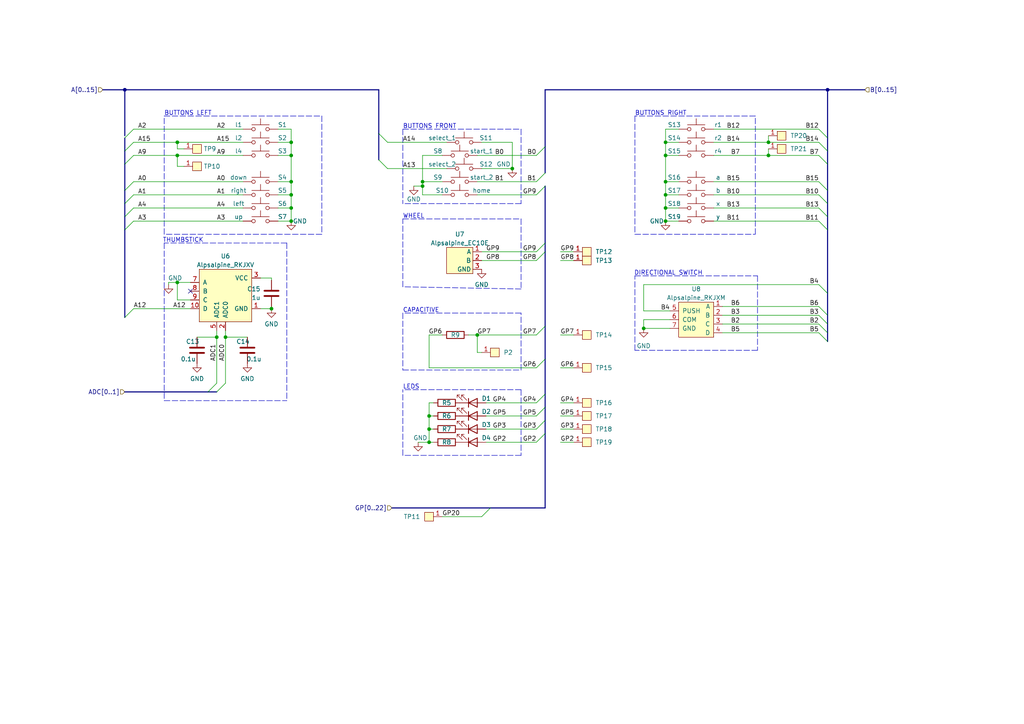
<source format=kicad_sch>
(kicad_sch (version 20211123) (generator eeschema)
  (paper "A4")
  (lib_symbols
    (symbol "Device:C" (pin_numbers hide) (pin_names (offset 0.254))
      (property "Reference" "C" (at 0.635 2.54 0))
      (property "Value" "C" (at 0.635 -2.54 0))
      (symbol "C_0_1"
        (polyline (pts (xy -2.032 -0.762) (xy 2.032 -0.762)) (stroke (width 0.508)))
        (polyline (pts (xy -2.032 0.762) (xy 2.032 0.762)) (stroke (width 0.508)))
      )
      (symbol "C_1_1"
        (pin passive line (at 0 3.81 270) (length 2.794) (name "~") (number "1"))
        (pin passive line (at 0 -3.81 90) (length 2.794) (name "~") (number "2"))
      )
    )
    (symbol "Device:LED" (pin_numbers hide) (pin_names (offset 1.016) hide)
      (property "Reference" "D" (at 0 2.54 0))
      (property "Value" "LED" (at 0 -2.54 0))
      (symbol "LED_0_1"
        (polyline (pts (xy -1.27 -1.27) (xy -1.27 1.27)) (stroke (width 0.254)))
        (polyline (pts (xy -1.27 0) (xy 1.27 0)))
        (polyline (pts (xy 1.27 -1.27) (xy 1.27 1.27) (xy -1.27 0) (xy 1.27 -1.27)) (stroke (width 0.254)))
        (polyline (pts (xy -3.048 -0.762) (xy -4.572 -2.286) (xy -3.81 -2.286) (xy -4.572 -2.286) (xy -4.572 -1.524)))
        (polyline (pts (xy -1.778 -0.762) (xy -3.302 -2.286) (xy -2.54 -2.286) (xy -3.302 -2.286) (xy -3.302 -1.524)))
      )
      (symbol "LED_1_1"
        (pin passive line (at -3.81 0 0) (length 2.54) (name "K") (number "1"))
        (pin passive line (at 3.81 0 180) (length 2.54) (name "A") (number "2"))
      )
    )
    (symbol "Device:R" (pin_numbers hide) (pin_names (offset 0))
      (property "Reference" "R" (at 2.032 0 90))
      (property "Value" "R" (at 0 0 90))
      (symbol "R_0_1"
        (rectangle (start -1.016 -2.54) (end 1.016 2.54) (stroke (width 0.254)))
      )
      (symbol "R_1_1"
        (pin passive line (at 0 3.81 270) (length 1.27) (name "~") (number "1"))
        (pin passive line (at 0 -3.81 90) (length 1.27) (name "~") (number "2"))
      )
    )
    (symbol "ILO_sym:Alpsalpine_EC10E"
      (property "Reference" "U" (at 0 7.62 0))
      (property "Value" "Alpsalpine_EC10E" (at 0 5.08 0))
      (symbol "Alpsalpine_EC10E_0_1"
        (rectangle (start -3.81 3.81) (end 3.81 -3.81) (fill (type background)))
      )
      (symbol "Alpsalpine_EC10E_1_1"
        (pin input line (at -6.35 2.54 0) (length 2.54) (name "A") (number "1"))
        (pin input line (at -6.35 0 0) (length 2.54) (name "B") (number "2"))
        (pin input line (at -6.35 -2.54 0) (length 2.54) (name "GND") (number "3"))
      )
    )
    (symbol "ILO_sym:Alpsalpine_RKJXM" (pin_names (offset 1.016))
      (property "Reference" "U4" (at 0 8.89 0))
      (property "Value" "Alpsalpine_RKJXM" (at 0 6.35 0))
      (symbol "Alpsalpine_RKJXM_0_0"
        (rectangle (start -5.08 5.08) (end 5.08 -5.08) (fill (type background)))
      )
      (symbol "Alpsalpine_RKJXM_0_1"
        (rectangle (start 0 8.89) (end 0 8.89))
      )
      (symbol "Alpsalpine_RKJXM_1_1"
        (pin output line (at -7.62 3.81 0) (length 2.54) (name "A") (number "1"))
        (pin output line (at -7.62 1.27 0) (length 2.54) (name "B") (number "2"))
        (pin output line (at -7.62 -1.27 0) (length 2.54) (name "C") (number "3"))
        (pin output line (at -7.62 -3.81 0) (length 2.54) (name "D") (number "4"))
        (pin output line (at 7.62 2.54 180) (length 2.54) (name "PUSH") (number "5"))
        (pin input line (at 7.62 0 180) (length 2.54) (name "COM") (number "6"))
        (pin input line (at 7.62 -2.54 180) (length 2.54) (name "GND") (number "7"))
      )
    )
    (symbol "ILO_sym:Alpsalpine_RKJXV" (pin_names (offset 1.016))
      (property "Reference" "U?" (at 0 11.43 0))
      (property "Value" "Alpsalpine_RKJXV" (at 0 8.89 0))
      (symbol "Alpsalpine_RKJXV_0_0"
        (rectangle (start -7.62 7.62) (end 7.62 -7.62) (fill (type background)))
      )
      (symbol "Alpsalpine_RKJXV_0_1"
        (polyline (pts (xy -10.16 1.27) (xy -10.16 1.27)))
        (polyline (pts (xy -8.89 -1.27) (xy -8.89 -1.27)))
      )
      (symbol "Alpsalpine_RKJXV_1_1"
        (pin input line (at -10.16 -3.81 0) (length 2.54) (name "GND") (number "1"))
        (pin output line (at 10.16 -3.81 180) (length 2.54) (name "D") (number "10"))
        (pin output line (at 0 -10.16 90) (length 2.54) (name "ADC0") (number "2"))
        (pin input line (at -10.16 5.08 0) (length 2.54) (name "VCC") (number "3"))
        (pin input line (at -10.16 -3.81 0) (length 2.54) hide (name "GND") (number "4"))
        (pin output line (at 2.54 -10.16 90) (length 2.54) (name "ADC1") (number "5"))
        (pin input line (at -10.16 5.08 0) (length 2.54) hide (name "VCC") (number "6"))
        (pin input line (at 10.16 3.81 180) (length 2.54) (name "A") (number "7"))
        (pin input line (at 10.16 1.27 180) (length 2.54) (name "B") (number "8"))
        (pin input line (at 10.16 -1.27 180) (length 2.54) (name "C") (number "9"))
      )
    )
    (symbol "ILO_sym:Endpoint" (pin_names (offset 1.016))
      (property "Reference" "U" (at 0 3.81 0))
      (property "Value" "Endpoint" (at 0 2.54 0))
      (symbol "Endpoint_0_1"
        (rectangle (start -1.27 1.27) (end 1.27 -1.27) (fill (type background)))
      )
      (symbol "Endpoint_1_1"
        (pin input line (at -3.81 0 0) (length 2.54) (name "~") (number "1"))
      )
    )
    (symbol "Switch:SW_Push" (pin_numbers hide) (pin_names (offset 1.016) hide)
      (property "Reference" "SW" (at 1.27 2.54 0))
      (property "Value" "SW_Push" (at 0 -1.524 0))
      (symbol "SW_Push_0_1"
        (circle (center -2.032 0) (radius 0.508))
        (polyline (pts (xy 0 1.27) (xy 0 3.048)))
        (polyline (pts (xy 2.54 1.27) (xy -2.54 1.27)))
        (circle (center 2.032 0) (radius 0.508))
        (pin passive line (at -5.08 0 0) (length 2.54) (name "1") (number "1"))
        (pin passive line (at 5.08 0 180) (length 2.54) (name "2") (number "2"))
      )
    )
    (symbol "power:GND" (power) (pin_names (offset 0))
      (property "Value" "GND" (at 0 -3.81 0))
      (symbol "GND_0_1"
        (polyline (pts (xy 0 0) (xy 0 -1.27) (xy 1.27 -1.27) (xy 0 -2.54) (xy -1.27 -1.27) (xy 0 -1.27)))
      )
      (symbol "GND_1_1"
        (pin power_in line (at 0 0 270) (length 0) hide (name "GND") (number "1"))
      )
    )
  )
  (junction (at 51.435 81.915))
  (junction (at 138.43 97.155))
  (junction (at 193.04 41.275))
  (junction (at 193.04 45.085))
  (junction (at 193.04 64.135))
  (junction (at 240.03 26.035))
  (junction (at 148.59 48.895))
  (junction (at 124.46 124.46))
  (junction (at 84.455 52.705))
  (junction (at 84.455 56.515))
  (junction (at 222.885 45.085))
  (junction (at 65.405 97.79))
  (junction (at 84.455 60.325))
  (junction (at 122.555 52.705))
  (junction (at 78.74 89.535))
  (junction (at 193.04 52.705))
  (junction (at 51.435 45.085))
  (junction (at 51.435 41.275))
  (junction (at 84.455 41.275))
  (junction (at 193.04 56.515))
  (junction (at 122.555 53.975))
  (junction (at 84.455 64.135))
  (junction (at 124.46 120.65))
  (junction (at 124.46 128.27))
  (junction (at 193.04 60.325))
  (junction (at 62.865 97.79))
  (junction (at 84.455 45.085))
  (junction (at 222.885 41.275))
  (junction (at 36.195 26.035))
  (junction (at 186.69 95.25))
  (no_connect (at 55.245 84.455))
  (bus_entry (at 155.575 73.025) (size 2.54 -2.54))
  (bus_entry (at 38.735 37.465) (size -2.54 2.54))
  (bus_entry (at 237.49 82.55) (size 2.54 2.54))
  (bus_entry (at 38.735 45.085) (size -2.54 2.54))
  (bus_entry (at 237.49 64.135) (size 2.54 2.54))
  (bus_entry (at 38.735 41.275) (size -2.54 2.54))
  (bus_entry (at 112.395 48.895) (size -2.54 -2.54))
  (bus_entry (at 155.575 56.515) (size 2.54 -2.54))
  (bus_entry (at 155.575 97.155) (size 2.54 -2.54))
  (bus_entry (at 38.735 56.515) (size -2.54 2.54))
  (bus_entry (at 237.49 96.52) (size 2.54 2.54))
  (bus_entry (at 237.49 88.9) (size 2.54 2.54))
  (bus_entry (at 155.575 106.68) (size 2.54 -2.54))
  (bus_entry (at 155.575 75.565) (size 2.54 -2.54))
  (bus_entry (at 237.49 45.085) (size 2.54 2.54))
  (bus_entry (at 155.575 45.085) (size 2.54 -2.54))
  (bus_entry (at 237.49 60.325) (size 2.54 2.54))
  (bus_entry (at 237.49 41.275) (size 2.54 2.54))
  (bus_entry (at 155.575 124.46) (size 2.54 -2.54))
  (bus_entry (at 237.49 37.465) (size 2.54 2.54))
  (bus_entry (at 38.735 52.705) (size -2.54 2.54))
  (bus_entry (at 38.735 64.135) (size -2.54 2.54))
  (bus_entry (at 237.49 56.515) (size 2.54 2.54))
  (bus_entry (at 155.575 128.27) (size 2.54 -2.54))
  (bus_entry (at 237.49 93.98) (size 2.54 2.54))
  (bus_entry (at 112.395 41.275) (size -2.54 -2.54))
  (bus_entry (at 62.865 111.125) (size -2.54 2.54))
  (bus_entry (at 38.735 60.325) (size -2.54 2.54))
  (bus_entry (at 142.24 147.32) (size -2.54 2.54))
  (bus_entry (at 155.575 52.705) (size 2.54 -2.54))
  (bus_entry (at 155.575 120.65) (size 2.54 -2.54))
  (bus_entry (at 38.735 89.535) (size -2.54 2.54))
  (bus_entry (at 237.49 52.705) (size 2.54 2.54))
  (bus_entry (at 65.405 111.125) (size -2.54 2.54))
  (bus_entry (at 237.49 91.44) (size 2.54 2.54))
  (bus_entry (at 155.575 116.84) (size 2.54 -2.54))
  (polyline (pts (xy 116.84 83.185) (xy 116.84 63.5)))
  (wire (pts (xy 140.97 128.27) (xy 155.575 128.27)))
  (bus (pts (xy 240.03 26.035) (xy 250.825 26.035)))
  (wire (pts (xy 138.43 97.155) (xy 155.575 97.155)))
  (polyline (pts (xy 47.625 33.655) (xy 93.345 33.655)))
  (polyline (pts (xy 184.15 33.655) (xy 184.15 67.945)))
  (bus (pts (xy 240.03 26.035) (xy 240.03 40.005)))
  (wire (pts (xy 124.46 124.46) (xy 124.46 128.27)))
  (wire (pts (xy 193.04 41.275) (xy 196.85 41.275)))
  (bus (pts (xy 240.03 85.09) (xy 240.03 91.44)))
  (wire (pts (xy 162.56 106.68) (xy 166.37 106.68)))
  (wire (pts (xy 209.55 91.44) (xy 237.49 91.44)))
  (wire (pts (xy 140.97 124.46) (xy 155.575 124.46)))
  (bus (pts (xy 36.195 59.055) (xy 36.195 62.865)))
  (bus (pts (xy 36.195 26.035) (xy 36.195 39.37)))
  (bus (pts (xy 36.195 55.245) (xy 36.195 59.055)))
  (bus (pts (xy 142.24 147.32) (xy 158.115 147.32)))
  (bus (pts (xy 36.195 26.035) (xy 109.855 26.035)))
  (wire (pts (xy 51.435 81.915) (xy 55.245 81.915)))
  (wire (pts (xy 193.04 41.275) (xy 193.04 45.085)))
  (wire (pts (xy 70.485 37.465) (xy 38.735 37.465)))
  (bus (pts (xy 36.195 26.035) (xy 29.845 26.035)))
  (bus (pts (xy 158.115 73.025) (xy 158.115 94.615)))
  (wire (pts (xy 122.555 52.705) (xy 128.27 52.705)))
  (wire (pts (xy 209.55 88.9) (xy 237.49 88.9)))
  (polyline (pts (xy 47.625 116.205) (xy 83.185 116.205)))
  (wire (pts (xy 84.455 60.325) (xy 84.455 64.135)))
  (wire (pts (xy 194.31 90.17) (xy 186.69 90.17)))
  (wire (pts (xy 78.74 89.535) (xy 75.565 89.535)))
  (wire (pts (xy 162.56 97.155) (xy 166.37 97.155)))
  (wire (pts (xy 51.435 45.085) (xy 38.735 45.085)))
  (wire (pts (xy 120.015 53.975) (xy 122.555 53.975)))
  (polyline (pts (xy 151.13 113.03) (xy 116.84 113.03)))
  (polyline (pts (xy 151.13 107.315) (xy 151.13 90.805)))
  (wire (pts (xy 48.895 81.915) (xy 48.895 82.55)))
  (polyline (pts (xy 151.13 132.08) (xy 116.84 132.08)))
  (wire (pts (xy 207.01 41.275) (xy 222.885 41.275)))
  (wire (pts (xy 138.43 52.705) (xy 155.575 52.705)))
  (wire (pts (xy 122.555 53.975) (xy 122.555 52.705)))
  (wire (pts (xy 62.865 95.885) (xy 62.865 97.79)))
  (wire (pts (xy 139.7 75.565) (xy 155.575 75.565)))
  (polyline (pts (xy 184.15 67.945) (xy 219.075 67.945)))
  (polyline (pts (xy 93.345 67.945) (xy 47.625 67.945)))
  (wire (pts (xy 162.56 75.565) (xy 166.37 75.565)))
  (wire (pts (xy 193.04 56.515) (xy 196.85 56.515)))
  (wire (pts (xy 122.555 56.515) (xy 122.555 53.975)))
  (wire (pts (xy 128.27 149.86) (xy 139.7 149.86)))
  (bus (pts (xy 158.115 42.545) (xy 158.115 26.035)))
  (polyline (pts (xy 151.13 113.03) (xy 151.13 132.08)))
  (wire (pts (xy 122.555 45.085) (xy 122.555 52.705)))
  (polyline (pts (xy 93.345 33.655) (xy 93.345 67.945)))
  (polyline (pts (xy 116.84 90.805) (xy 116.84 107.315)))
  (wire (pts (xy 124.46 120.65) (xy 124.46 124.46)))
  (wire (pts (xy 84.455 56.515) (xy 84.455 60.325)))
  (wire (pts (xy 138.43 56.515) (xy 155.575 56.515)))
  (polyline (pts (xy 47.625 67.945) (xy 47.625 33.655)))
  (polyline (pts (xy 184.15 101.6) (xy 184.15 80.01)))
  (wire (pts (xy 124.46 120.65) (xy 125.73 120.65)))
  (wire (pts (xy 162.56 120.65) (xy 166.37 120.65)))
  (wire (pts (xy 122.555 56.515) (xy 128.27 56.515)))
  (wire (pts (xy 84.455 60.325) (xy 80.645 60.325)))
  (wire (pts (xy 55.245 86.995) (xy 51.435 86.995)))
  (polyline (pts (xy 83.185 70.485) (xy 47.625 70.485)))
  (bus (pts (xy 60.325 113.665) (xy 62.865 113.665)))
  (wire (pts (xy 84.455 56.515) (xy 80.645 56.515)))
  (wire (pts (xy 193.04 52.705) (xy 196.85 52.705)))
  (wire (pts (xy 193.04 64.135) (xy 196.85 64.135)))
  (wire (pts (xy 78.74 80.645) (xy 78.74 81.28)))
  (bus (pts (xy 240.03 40.005) (xy 240.03 43.815)))
  (wire (pts (xy 209.55 96.52) (xy 237.49 96.52)))
  (wire (pts (xy 84.455 37.465) (xy 84.455 41.275)))
  (wire (pts (xy 222.885 43.18) (xy 222.885 45.085)))
  (bus (pts (xy 158.115 50.165) (xy 158.115 42.545)))
  (polyline (pts (xy 116.84 63.5) (xy 151.13 63.5)))
  (wire (pts (xy 55.245 89.535) (xy 38.735 89.535)))
  (polyline (pts (xy 116.84 107.315) (xy 151.13 107.315)))
  (wire (pts (xy 194.31 92.71) (xy 186.69 92.71)))
  (wire (pts (xy 121.285 128.27) (xy 124.46 128.27)))
  (polyline (pts (xy 151.13 90.805) (xy 116.84 90.805)))
  (wire (pts (xy 122.555 45.085) (xy 128.27 45.085)))
  (wire (pts (xy 124.46 116.84) (xy 124.46 120.65)))
  (wire (pts (xy 222.885 39.37) (xy 222.885 41.275)))
  (polyline (pts (xy 116.84 37.465) (xy 151.13 37.465)))
  (wire (pts (xy 140.97 116.84) (xy 155.575 116.84)))
  (bus (pts (xy 158.115 94.615) (xy 158.115 104.14)))
  (bus (pts (xy 240.03 91.44) (xy 240.03 93.98)))
  (wire (pts (xy 193.04 60.325) (xy 193.04 64.135)))
  (wire (pts (xy 70.485 41.275) (xy 51.435 41.275)))
  (wire (pts (xy 75.565 80.645) (xy 78.74 80.645)))
  (bus (pts (xy 240.03 55.245) (xy 240.03 59.055)))
  (wire (pts (xy 138.43 97.155) (xy 138.43 102.235)))
  (wire (pts (xy 138.43 45.085) (xy 155.575 45.085)))
  (wire (pts (xy 186.69 95.25) (xy 194.31 95.25)))
  (polyline (pts (xy 151.13 63.5) (xy 151.13 83.82)))
  (wire (pts (xy 222.885 41.275) (xy 237.49 41.275)))
  (polyline (pts (xy 151.13 37.465) (xy 151.13 59.055)))
  (wire (pts (xy 62.865 97.79) (xy 62.865 111.125)))
  (wire (pts (xy 84.455 41.275) (xy 80.645 41.275)))
  (wire (pts (xy 70.485 45.085) (xy 51.435 45.085)))
  (bus (pts (xy 109.855 26.035) (xy 109.855 38.735)))
  (wire (pts (xy 84.455 37.465) (xy 80.645 37.465)))
  (wire (pts (xy 193.04 45.085) (xy 193.04 52.705)))
  (polyline (pts (xy 151.13 83.82) (xy 116.84 83.185)))
  (wire (pts (xy 124.46 116.84) (xy 125.73 116.84)))
  (bus (pts (xy 158.115 121.92) (xy 158.115 125.73)))
  (bus (pts (xy 109.855 38.735) (xy 109.855 46.355)))
  (bus (pts (xy 158.115 26.035) (xy 240.03 26.035)))
  (bus (pts (xy 158.115 125.73) (xy 158.115 147.32)))
  (wire (pts (xy 51.435 43.18) (xy 51.435 41.275)))
  (wire (pts (xy 207.01 37.465) (xy 237.49 37.465)))
  (wire (pts (xy 84.455 52.705) (xy 80.645 52.705)))
  (polyline (pts (xy 184.15 80.01) (xy 219.71 80.01)))
  (wire (pts (xy 162.56 73.025) (xy 166.37 73.025)))
  (wire (pts (xy 51.435 48.26) (xy 51.435 45.085)))
  (polyline (pts (xy 219.71 101.6) (xy 184.15 101.6)))
  (bus (pts (xy 36.195 113.665) (xy 60.325 113.665)))
  (wire (pts (xy 124.46 106.68) (xy 155.575 106.68)))
  (wire (pts (xy 193.04 37.465) (xy 193.04 41.275)))
  (wire (pts (xy 71.755 97.79) (xy 65.405 97.79)))
  (wire (pts (xy 186.69 82.55) (xy 237.49 82.55)))
  (bus (pts (xy 158.115 118.11) (xy 158.115 121.92)))
  (wire (pts (xy 70.485 64.135) (xy 38.735 64.135)))
  (wire (pts (xy 162.56 116.84) (xy 166.37 116.84)))
  (wire (pts (xy 70.485 52.705) (xy 38.735 52.705)))
  (wire (pts (xy 207.01 52.705) (xy 237.49 52.705)))
  (wire (pts (xy 84.455 64.135) (xy 80.645 64.135)))
  (bus (pts (xy 158.115 73.025) (xy 158.115 70.485)))
  (wire (pts (xy 148.59 41.275) (xy 148.59 48.895)))
  (wire (pts (xy 207.01 60.325) (xy 237.49 60.325)))
  (wire (pts (xy 51.435 86.995) (xy 51.435 81.915)))
  (wire (pts (xy 124.46 124.46) (xy 125.73 124.46)))
  (polyline (pts (xy 219.71 80.01) (xy 219.71 101.6)))
  (wire (pts (xy 112.395 41.275) (xy 129.54 41.275)))
  (bus (pts (xy 240.03 93.98) (xy 240.03 96.52)))
  (wire (pts (xy 138.43 102.235) (xy 139.7 102.235)))
  (wire (pts (xy 65.405 95.885) (xy 65.405 97.79)))
  (wire (pts (xy 139.7 73.025) (xy 155.575 73.025)))
  (wire (pts (xy 193.04 60.325) (xy 196.85 60.325)))
  (wire (pts (xy 139.7 41.275) (xy 148.59 41.275)))
  (bus (pts (xy 240.03 62.865) (xy 240.03 66.675)))
  (bus (pts (xy 36.195 40.005) (xy 36.195 43.815)))
  (polyline (pts (xy 219.075 33.655) (xy 184.15 33.655)))
  (bus (pts (xy 240.03 59.055) (xy 240.03 62.865)))
  (bus (pts (xy 113.665 147.32) (xy 142.24 147.32)))
  (polyline (pts (xy 47.625 70.485) (xy 47.625 116.205)))
  (bus (pts (xy 158.115 114.3) (xy 158.115 118.11)))
  (bus (pts (xy 158.115 70.485) (xy 158.115 53.975)))
  (wire (pts (xy 51.435 41.275) (xy 38.735 41.275)))
  (bus (pts (xy 158.115 104.14) (xy 158.115 114.3)))
  (wire (pts (xy 140.97 120.65) (xy 155.575 120.65)))
  (wire (pts (xy 53.34 43.18) (xy 51.435 43.18)))
  (wire (pts (xy 62.865 97.79) (xy 57.15 97.79)))
  (wire (pts (xy 124.46 128.27) (xy 125.73 128.27)))
  (wire (pts (xy 84.455 45.085) (xy 80.645 45.085)))
  (polyline (pts (xy 83.185 70.485) (xy 83.185 116.205)))
  (bus (pts (xy 240.03 96.52) (xy 240.03 99.06)))
  (polyline (pts (xy 116.84 132.08) (xy 116.84 113.03)))
  (bus (pts (xy 240.03 66.675) (xy 240.03 85.09)))
  (wire (pts (xy 162.56 124.46) (xy 166.37 124.46)))
  (bus (pts (xy 36.195 43.815) (xy 36.195 47.625)))
  (bus (pts (xy 240.03 43.815) (xy 240.03 47.625)))
  (wire (pts (xy 84.455 45.085) (xy 84.455 52.705)))
  (wire (pts (xy 124.46 97.155) (xy 128.27 97.155)))
  (wire (pts (xy 207.01 56.515) (xy 237.49 56.515)))
  (wire (pts (xy 209.55 93.98) (xy 237.49 93.98)))
  (wire (pts (xy 207.01 64.135) (xy 237.49 64.135)))
  (wire (pts (xy 186.69 90.17) (xy 186.69 82.55)))
  (wire (pts (xy 124.46 97.155) (xy 124.46 106.68)))
  (wire (pts (xy 70.485 60.325) (xy 38.735 60.325)))
  (wire (pts (xy 193.04 45.085) (xy 196.85 45.085)))
  (polyline (pts (xy 116.84 37.465) (xy 116.84 59.055)))
  (wire (pts (xy 53.34 48.26) (xy 51.435 48.26)))
  (wire (pts (xy 139.7 48.895) (xy 148.59 48.895)))
  (wire (pts (xy 70.485 56.515) (xy 38.735 56.515)))
  (wire (pts (xy 193.04 37.465) (xy 196.85 37.465)))
  (wire (pts (xy 84.455 41.275) (xy 84.455 45.085)))
  (wire (pts (xy 193.04 52.705) (xy 193.04 56.515)))
  (bus (pts (xy 36.195 47.625) (xy 36.195 55.245)))
  (wire (pts (xy 135.89 97.155) (xy 138.43 97.155)))
  (bus (pts (xy 36.195 66.675) (xy 36.195 92.075)))
  (polyline (pts (xy 151.13 59.055) (xy 116.84 59.055)))
  (wire (pts (xy 186.69 92.71) (xy 186.69 95.25)))
  (wire (pts (xy 222.885 45.085) (xy 237.49 45.085)))
  (wire (pts (xy 51.435 81.915) (xy 48.895 81.915)))
  (wire (pts (xy 84.455 52.705) (xy 84.455 56.515)))
  (wire (pts (xy 65.405 97.79) (xy 65.405 111.125)))
  (wire (pts (xy 207.01 45.085) (xy 222.885 45.085)))
  (wire (pts (xy 112.395 48.895) (xy 129.54 48.895)))
  (polyline (pts (xy 219.075 67.945) (xy 219.075 33.655)))
  (wire (pts (xy 162.56 128.27) (xy 166.37 128.27)))
  (wire (pts (xy 78.74 88.9) (xy 78.74 89.535)))
  (bus (pts (xy 36.195 62.865) (xy 36.195 66.675)))
  (bus (pts (xy 240.03 47.625) (xy 240.03 55.245)))
  (wire (pts (xy 193.04 56.515) (xy 193.04 60.325)))
  (text "LEDS" (at 116.84 113.03 0) (effects (font (size 1.27 1.27)) (justify left bottom)))
  (text "DIRECTIONAL SWITCH" (at 203.835 80.01 180) (effects (font (size 1.27 1.27)) (justify right bottom)))
  (text "BUTTONS RIGHT" (at 184.15 33.655 0) (effects (font (size 1.27 1.27)) (justify left bottom)))
  (text "THUMBSTICK" (at 59.055 70.485 180) (effects (font (size 1.27 1.27)) (justify right bottom)))
  (text "WHEEL\n" (at 116.84 63.5 0) (effects (font (size 1.27 1.27)) (justify left bottom)))
  (text "BUTTONS LEFT" (at 47.625 33.655 0) (effects (font (size 1.27 1.27)) (justify left bottom)))
  (text "BUTTONS FRONT" (at 116.84 37.465 0) (effects (font (size 1.27 1.27)) (justify left bottom)))
  (text "CAPACITIVE" (at 116.84 90.805 0) (effects (font (size 1.27 1.27)) (justify left bottom)))
  (label "A15" (at 62.865 41.275 0))
  (label "B11" (at 214.63 64.135 180))
  (label "GP5" (at 162.56 120.65 0))
  (label "A2" (at 40.005 37.465 0))
  (label "A4" (at 62.865 60.325 0))
  (label "GP8" (at 140.97 75.565 0))
  (label "A2" (at 62.865 37.465 0))
  (label "B1" (at 143.51 52.705 0))
  (label "B15" (at 237.49 52.705 180))
  (label "GP6" (at 128.27 97.155 180))
  (label "GP6" (at 162.56 106.68 0))
  (label "GP2" (at 155.575 128.27 180))
  (label "GP4" (at 142.875 116.84 0))
  (label "B15" (at 214.63 52.705 180))
  (label "B12" (at 237.49 37.465 180))
  (label "B2" (at 237.49 93.98 180))
  (label "A1" (at 62.865 56.515 0))
  (label "GP5" (at 142.875 120.65 0))
  (label "GP8" (at 155.575 75.565 180))
  (label "A0" (at 40.005 52.705 0))
  (label "B3" (at 214.63 91.44 180))
  (label "B5" (at 237.49 96.52 180))
  (label "GP8" (at 162.56 75.565 0))
  (label "B7" (at 214.63 45.085 180))
  (label "GP7" (at 155.575 97.155 180))
  (label "B13" (at 214.63 60.325 180))
  (label "A14" (at 116.84 41.275 0))
  (label "B10" (at 237.49 56.515 180))
  (label "B14" (at 237.49 41.275 180))
  (label "A13" (at 116.84 48.895 0))
  (label "B1" (at 155.575 52.705 180))
  (label "B0" (at 143.51 45.085 0))
  (label "B14" (at 214.63 41.275 180))
  (label "B6" (at 237.49 88.9 180))
  (label "A9" (at 40.005 45.085 0))
  (label "GP20" (at 128.27 149.86 0))
  (label "B3" (at 237.49 91.44 180))
  (label "A3" (at 40.005 64.135 0))
  (label "GP9" (at 162.56 73.025 0))
  (label "GP2" (at 162.56 128.27 0))
  (label "B7" (at 237.49 45.085 180))
  (label "GP9" (at 155.575 56.515 180))
  (label "ADC1" (at 62.865 104.775 90))
  (label "GP3" (at 142.875 124.46 0))
  (label "B10" (at 214.63 56.515 180))
  (label "GP5" (at 155.575 120.65 180))
  (label "B2" (at 214.63 93.98 180))
  (label "GP4" (at 162.56 116.84 0))
  (label "A12" (at 50.165 89.535 0))
  (label "B11" (at 237.49 64.135 180))
  (label "B13" (at 237.49 60.325 180))
  (label "GP7" (at 138.43 97.155 0))
  (label "B0" (at 155.575 45.085 180))
  (label "A1" (at 40.005 56.515 0))
  (label "A4" (at 40.005 60.325 0))
  (label "A3" (at 62.865 64.135 0))
  (label "GP7" (at 162.56 97.155 0))
  (label "A0" (at 62.865 52.705 0))
  (label "B5" (at 214.63 96.52 180))
  (label "A15" (at 40.005 41.275 0))
  (label "GP9" (at 140.97 73.025 0))
  (label "A9" (at 62.865 45.085 0))
  (label "GP4" (at 155.575 116.84 180))
  (label "B6" (at 214.63 88.9 180))
  (label "A12" (at 38.735 89.535 0))
  (label "GP2" (at 142.875 128.27 0))
  (label "GP3" (at 162.56 124.46 0))
  (label "B4" (at 237.49 82.55 180))
  (label "GP6" (at 155.575 106.68 180))
  (label "ADC0" (at 65.405 104.775 90))
  (label "B12" (at 214.63 37.465 180))
  (label "GP3" (at 155.575 124.46 180))
  (label "B4" (at 194.31 90.17 180))
  (label "GP9" (at 155.575 73.025 180))
  (hierarchical_label "ADC[0..1]" (shape input) (at 36.195 113.665 180))
  (hierarchical_label "GP[0..22]" (shape input) (at 113.665 147.32 180))
  (hierarchical_label "A[0..15]" (shape input) (at 29.845 26.035 180))
  (hierarchical_label "B[0..15]" (shape input) (at 250.825 26.035 0))
  (symbol (lib_id "ILO_sym:Endpoint") (at 57.15 43.18 0) (unit 1)
    (property "Reference" "TP9" (at 59.055 43.18 0) (effects (justify left)))
    (property "Value" "Endpoint" (effects hide))
    (property "Footprint" "ILO_fp:Pad_1mm" (effects hide))
    (property "Group" "Test point" (effects hide))
  )
  (symbol (lib_id "Switch:SW_Push") (at 201.93 52.705 0) (unit 1)
    (property "Reference" "S16" (at 195.58 51.435 0))
    (property "Value" "a" (at 208.28 51.435 0))
    (property "Footprint" "ILO_fp:Alpsalpine_SKPM" (effects hide))
    (property "LCSC" "C115348" (effects hide))
    (property "Group" "Button front" (effects hide))
  )
  (symbol (lib_id "power:GND") (at 71.755 105.41 0) (mirror y) (unit 1)
    (property "Reference" "#PWR0128" (effects hide))
    (property "Value" "GND" (at 71.755 109.855 0))
  )
  (symbol (lib_id "ILO_sym:Endpoint") (at 170.18 128.27 0) (unit 1)
    (property "Reference" "TP19" (at 172.72 128.27 0) (effects (justify left)))
    (property "Value" "Endpoint" (effects hide))
    (property "Footprint" "ILO_fp:Pad_1mm" (effects hide))
    (property "Group" "Test point" (effects hide))
  )
  (symbol (lib_id "Switch:SW_Push") (at 75.565 56.515 0) (mirror y) (unit 1)
    (property "Reference" "S5" (at 81.915 55.245 0))
    (property "Value" "right" (at 69.215 55.245 0))
    (property "Footprint" "ILO_fp:Alpsalpine_SKPM" (effects hide))
    (property "LCSC" "C115348" (effects hide))
    (property "Group" "Button front" (effects hide))
  )
  (symbol (lib_id "Device:LED") (at 137.16 124.46 0) (mirror x) (unit 1)
    (property "Reference" "D3" (at 139.7 123.19 0) (effects (justify left)))
    (property "Value" "Diode" (effects hide))
    (property "Footprint" "ILO_fp:0603_d" (effects hide))
    (property "LCSC" "C2290" (effects hide))
    (property "Group" "LED" (effects hide))
  )
  (symbol (lib_id "ILO_sym:Alpsalpine_RKJXM") (at 201.93 92.71 0) (mirror y) (unit 1)
    (property "Reference" "U8" (at 201.93 83.82 0))
    (property "Value" "Alpsalpine_RKJXM" (at 201.93 86.36 0))
    (property "Footprint" "ILO_fp:Alpsalpine_RKJXM1015004" (effects hide))
    (property "Group" "DHat" (effects hide))
  )
  (symbol (lib_id "power:GND") (at 193.04 64.135 0) (unit 1)
    (property "Reference" "#PWR0125" (effects hide))
    (property "Value" "GND" (at 190.5 64.135 0))
  )
  (symbol (lib_id "Switch:SW_Push") (at 134.62 41.275 0) (mirror y) (unit 1)
    (property "Reference" "S11" (at 140.97 40.005 0))
    (property "Value" "select_1" (at 128.27 40.005 0))
    (property "Footprint" "ILO_fp:Alpsalpine_SKPM" (effects hide))
    (property "LCSC" "C115348" (effects hide))
    (property "Group" "Button front" (effects hide))
  )
  (symbol (lib_id "ILO_sym:Endpoint") (at 226.695 39.37 0) (unit 1)
    (property "Reference" "TP20" (at 229.235 39.37 0) (effects (justify left)))
    (property "Value" "Endpoint" (effects hide))
    (property "Footprint" "ILO_fp:Pad_1mm" (effects hide))
    (property "Group" "Test point" (effects hide))
  )
  (symbol (lib_id "Switch:SW_Push") (at 134.62 48.895 0) (mirror y) (unit 1)
    (property "Reference" "S12" (at 140.97 47.625 0))
    (property "Value" "select_2" (at 128.27 47.625 0))
    (property "Footprint" "ILO_fp:Alpsalpine_SKPM" (effects hide))
    (property "LCSC" "C115348" (effects hide))
    (property "Group" "Button front" (effects hide))
  )
  (symbol (lib_id "Switch:SW_Push") (at 75.565 52.705 0) (mirror y) (unit 1)
    (property "Reference" "S4" (at 81.915 51.435 0))
    (property "Value" "down" (at 69.215 51.435 0))
    (property "Footprint" "ILO_fp:Alpsalpine_SKPM" (effects hide))
    (property "LCSC" "C115348" (effects hide))
    (property "Group" "Button front" (effects hide))
  )
  (symbol (lib_id "power:GND") (at 120.015 53.975 0) (unit 1)
    (property "Reference" "#PWR0133" (effects hide))
    (property "Value" "GND" (at 120.015 57.785 0))
  )
  (symbol (lib_id "power:GND") (at 148.59 48.895 0) (unit 1)
    (property "Reference" "#PWR0132" (effects hide))
    (property "Value" "GND" (at 146.05 47.625 0))
  )
  (symbol (lib_id "Device:LED") (at 137.16 116.84 0) (mirror x) (unit 1)
    (property "Reference" "D1" (at 139.7 115.57 0) (effects (justify left)))
    (property "Value" "Diode" (effects hide))
    (property "Footprint" "ILO_fp:0603_d" (effects hide))
    (property "LCSC" "C2290" (effects hide))
    (property "Group" "LED" (effects hide))
  )
  (symbol (lib_id "Device:R") (at 129.54 128.27 90) (mirror x) (unit 1)
    (property "Reference" "R8" (at 129.54 128.27 90))
    (property "Value" "R" (effects hide))
    (property "Footprint" "ILO_fp:0603" (effects hide))
    (property "LCSC" "C22950" (effects hide))
    (property "Group" "R_20" (effects hide))
  )
  (symbol (lib_id "ILO_sym:Endpoint") (at 170.18 106.68 0) (unit 1)
    (property "Reference" "TP15" (at 172.72 106.68 0) (effects (justify left)))
    (property "Value" "Endpoint" (effects hide))
    (property "Footprint" "ILO_fp:Pad_1mm" (effects hide))
    (property "Group" "Test point" (effects hide))
  )
  (symbol (lib_id "ILO_sym:Endpoint") (at 170.18 124.46 0) (unit 1)
    (property "Reference" "TP18" (at 172.72 124.46 0) (effects (justify left)))
    (property "Value" "Endpoint" (effects hide))
    (property "Footprint" "ILO_fp:Pad_1mm" (effects hide))
    (property "Group" "Test point" (effects hide))
  )
  (symbol (lib_id "Switch:SW_Push") (at 201.93 37.465 0) (unit 1)
    (property "Reference" "S13" (at 195.58 36.195 0))
    (property "Value" "r1" (at 208.28 36.195 0))
    (property "Footprint" "ILO_fp:Alpsalpine_SKHHL" (effects hide))
    (property "Group" "Button forward" (effects hide))
  )
  (symbol (lib_id "Switch:SW_Push") (at 201.93 45.085 0) (unit 1)
    (property "Reference" "S15" (at 195.58 43.815 0))
    (property "Value" "r4" (at 208.28 43.815 0))
    (property "Footprint" "ILO_fp:Alpsalpine_SKQG" (effects hide))
    (property "Group" "Button back" (effects hide))
  )
  (symbol (lib_id "Switch:SW_Push") (at 75.565 60.325 0) (mirror y) (unit 1)
    (property "Reference" "S6" (at 81.915 59.055 0))
    (property "Value" "left" (at 69.215 59.055 0))
    (property "Footprint" "ILO_fp:Alpsalpine_SKPM" (effects hide))
    (property "LCSC" "C115348" (effects hide))
    (property "Group" "Button front" (effects hide))
  )
  (symbol (lib_id "Device:R") (at 129.54 116.84 90) (mirror x) (unit 1)
    (property "Reference" "R5" (at 129.54 116.84 90))
    (property "Value" "R" (effects hide))
    (property "Footprint" "ILO_fp:0603" (effects hide))
    (property "LCSC" "C22950" (effects hide))
    (property "Group" "R_20" (effects hide))
  )
  (symbol (lib_id "Switch:SW_Push") (at 133.35 52.705 0) (unit 1)
    (property "Reference" "S9" (at 127 51.435 0))
    (property "Value" "start_2" (at 139.7 51.435 0))
    (property "Footprint" "ILO_fp:Alpsalpine_SKPM" (effects hide))
    (property "LCSC" "C115348" (effects hide))
    (property "Group" "Button front" (effects hide))
  )
  (symbol (lib_id "ILO_sym:Endpoint") (at 226.695 43.18 0) (unit 1)
    (property "Reference" "TP21" (at 229.235 43.18 0) (effects (justify left)))
    (property "Value" "Endpoint" (effects hide))
    (property "Footprint" "ILO_fp:Pad_1mm" (effects hide))
    (property "Group" "Test point" (effects hide))
  )
  (symbol (lib_id "power:GND") (at 139.7 78.105 0) (mirror y) (unit 1)
    (property "Reference" "#PWR0135" (effects hide))
    (property "Value" "GND" (at 139.7 82.55 0))
  )
  (symbol (lib_id "power:GND") (at 121.285 128.27 0) (unit 1)
    (property "Reference" "#PWR0134" (effects hide))
    (property "Value" "GND" (at 121.92 127 0))
  )
  (symbol (lib_id "ILO_sym:Endpoint") (at 57.15 48.26 0) (mirror x) (unit 1)
    (property "Reference" "TP10" (at 59.055 48.26 0) (effects (justify left)))
    (property "Value" "Endpoint" (effects hide))
    (property "Footprint" "ILO_fp:Pad_1mm" (effects hide))
    (property "Group" "Test point" (effects hide))
  )
  (symbol (lib_id "ILO_sym:Endpoint") (at 170.18 120.65 0) (unit 1)
    (property "Reference" "TP17" (at 172.72 120.65 0) (effects (justify left)))
    (property "Value" "Endpoint" (effects hide))
    (property "Footprint" "ILO_fp:Pad_1mm" (effects hide))
    (property "Group" "Test point" (effects hide))
  )
  (symbol (lib_id "Switch:SW_Push") (at 201.93 60.325 0) (unit 1)
    (property "Reference" "S18" (at 195.58 59.055 0))
    (property "Value" "x" (at 208.28 59.055 0))
    (property "Footprint" "ILO_fp:Alpsalpine_SKPM" (effects hide))
    (property "LCSC" "C115348" (effects hide))
    (property "Group" "Button front" (effects hide))
  )
  (symbol (lib_id "power:GND") (at 84.455 64.135 0) (unit 1)
    (property "Reference" "#PWR0127" (effects hide))
    (property "Value" "GND" (at 86.995 64.135 0))
  )
  (symbol (lib_id "ILO_sym:Endpoint") (at 170.18 73.025 0) (unit 1)
    (property "Reference" "TP12" (at 172.72 73.025 0) (effects (justify left)))
    (property "Value" "Endpoint" (effects hide))
    (property "Footprint" "ILO_fp:Pad_1mm" (effects hide))
    (property "Group" "Test point" (effects hide))
  )
  (symbol (lib_id "power:GND") (at 186.69 95.25 0) (unit 1)
    (property "Reference" "#PWR0126" (effects hide))
    (property "Value" "GND" (at 186.69 100.33 0))
  )
  (symbol (lib_id "Switch:SW_Push") (at 75.565 45.085 0) (mirror y) (unit 1)
    (property "Reference" "S3" (at 81.915 43.815 0))
    (property "Value" "l4" (at 69.215 43.815 0))
    (property "Footprint" "ILO_fp:Alpsalpine_SKQG" (effects hide))
    (property "Group" "Button back" (effects hide))
  )
  (symbol (lib_id "Switch:SW_Push") (at 133.35 45.085 0) (unit 1)
    (property "Reference" "S8" (at 127 43.815 0))
    (property "Value" "start_1" (at 139.7 43.815 0))
    (property "Footprint" "ILO_fp:Alpsalpine_SKPM" (effects hide))
    (property "LCSC" "C115348" (effects hide))
    (property "Group" "Button front" (effects hide))
  )
  (symbol (lib_id "Switch:SW_Push") (at 201.93 56.515 0) (unit 1)
    (property "Reference" "S17" (at 195.58 55.245 0))
    (property "Value" "b" (at 208.28 55.245 0))
    (property "Footprint" "ILO_fp:Alpsalpine_SKPM" (effects hide))
    (property "LCSC" "C115348" (effects hide))
    (property "Group" "Button front" (effects hide))
  )
  (symbol (lib_id "Switch:SW_Push") (at 75.565 37.465 0) (mirror y) (unit 1)
    (property "Reference" "S1" (at 81.915 36.195 0))
    (property "Value" "l1" (at 69.215 36.195 0))
    (property "Footprint" "ILO_fp:Alpsalpine_SKHHL" (effects hide))
    (property "Group" "Button forward" (effects hide))
  )
  (symbol (lib_id "Switch:SW_Push") (at 133.35 56.515 0) (unit 1)
    (property "Reference" "S10" (at 128.27 55.245 0))
    (property "Value" "home" (at 139.7 55.245 0))
    (property "Footprint" "ILO_fp:Alpsalpine_SKPM" (effects hide))
    (property "LCSC" "C115348" (effects hide))
    (property "Group" "Button front" (effects hide))
  )
  (symbol (lib_id "Device:LED") (at 137.16 128.27 0) (mirror x) (unit 1)
    (property "Reference" "D4" (at 139.7 127 0) (effects (justify left)))
    (property "Value" "Diode" (effects hide))
    (property "Footprint" "ILO_fp:0603_d" (effects hide))
    (property "LCSC" "C2290" (effects hide))
    (property "Group" "LED" (effects hide))
  )
  (symbol (lib_id "Device:R") (at 129.54 124.46 90) (mirror x) (unit 1)
    (property "Reference" "R7" (at 129.54 124.46 90))
    (property "Value" "R" (effects hide))
    (property "Footprint" "ILO_fp:0603" (effects hide))
    (property "LCSC" "C22950" (effects hide))
    (property "Group" "R_20" (effects hide))
  )
  (symbol (lib_id "power:GND") (at 78.74 89.535 0) (mirror y) (unit 1)
    (property "Reference" "#PWR0130" (effects hide))
    (property "Value" "GND" (at 78.74 93.98 0))
  )
  (symbol (lib_id "Device:LED") (at 137.16 120.65 0) (mirror x) (unit 1)
    (property "Reference" "D2" (at 139.7 119.38 0) (effects (justify left)))
    (property "Value" "Diode" (effects hide))
    (property "Footprint" "ILO_fp:0603_d" (effects hide))
    (property "LCSC" "C2290" (effects hide))
    (property "Group" "LED" (effects hide))
  )
  (symbol (lib_id "ILO_sym:Alpsalpine_RKJXV") (at 65.405 85.725 0) (mirror y) (unit 1)
    (property "Reference" "U6" (at 65.405 74.295 0))
    (property "Value" "Alpsalpine_RKJXV" (at 65.405 76.835 0))
    (property "Footprint" "ILO_fp:Alpsalpine_RKJXV122400R" (effects hide))
    (property "Group" "Thumbstick" (effects hide))
  )
  (symbol (lib_id "ILO_sym:Endpoint") (at 124.46 149.86 180) (unit 1)
    (property "Reference" "TP11" (at 121.92 149.86 0) (effects (justify left)))
    (property "Value" "Endpoint" (effects hide))
    (property "Footprint" "ILO_fp:Pad_1mm" (effects hide))
    (property "Group" "Test point" (effects hide))
  )
  (symbol (lib_id "Switch:SW_Push") (at 201.93 64.135 0) (unit 1)
    (property "Reference" "S19" (at 195.58 62.865 0))
    (property "Value" "y" (at 208.28 62.865 0))
    (property "Footprint" "ILO_fp:Alpsalpine_SKPM" (effects hide))
    (property "LCSC" "C115348" (effects hide))
    (property "Group" "Button front" (effects hide))
  )
  (symbol (lib_id "power:GND") (at 57.15 105.41 0) (mirror y) (unit 1)
    (property "Reference" "#PWR0129" (effects hide))
    (property "Value" "GND" (at 57.15 109.855 0))
  )
  (symbol (lib_id "Switch:SW_Push") (at 201.93 41.275 0) (unit 1)
    (property "Reference" "S14" (at 195.58 40.005 0))
    (property "Value" "r2" (at 208.28 40.005 0))
    (property "Footprint" "ILO_fp:Alpsalpine_SKQG" (effects hide))
    (property "Group" "Button back" (effects hide))
  )
  (symbol (lib_id "Switch:SW_Push") (at 75.565 64.135 0) (mirror y) (unit 1)
    (property "Reference" "S7" (at 81.915 62.865 0))
    (property "Value" "up" (at 69.215 62.865 0))
    (property "Footprint" "ILO_fp:Alpsalpine_SKPM" (effects hide))
    (property "LCSC" "C115348" (effects hide))
    (property "Group" "Button front" (effects hide))
  )
  (symbol (lib_id "ILO_sym:Endpoint") (at 143.51 102.235 0) (unit 1)
    (property "Reference" "P2" (at 146.05 102.235 0) (effects (justify left)))
    (property "Value" "Endpoint" (effects hide))
    (property "Footprint" "ILO_fp:HRO_BC-25-3P" (effects hide))
    (property "LCSC" "C707322" (effects hide))
    (property "Group" "Capacitive" (effects hide))
  )
  (symbol (lib_id "Device:C") (at 71.755 101.6 0) (mirror x) (unit 1)
    (property "Reference" "C14" (at 70.485 99.06 0))
    (property "Value" "0.1u" (at 73.66 104.14 0))
    (property "Footprint" "Capacitor_SMD:C_0402_1005Metric" (effects hide))
    (property "LCSC" "C1525" (effects hide))
    (property "Group" "C_100nF" (effects hide))
  )
  (symbol (lib_id "Device:R") (at 129.54 120.65 90) (mirror x) (unit 1)
    (property "Reference" "R6" (at 129.54 120.65 90))
    (property "Value" "R" (effects hide))
    (property "Footprint" "ILO_fp:0603" (effects hide))
    (property "LCSC" "C22950" (effects hide))
    (property "Group" "R_20" (effects hide))
  )
  (symbol (lib_id "Device:R") (at 132.08 97.155 90) (unit 1)
    (property "Reference" "R9" (at 132.08 97.155 90))
    (property "Value" "R6" (effects hide))
    (property "Footprint" "ILO_fp:0402" (effects hide))
    (property "LCSC" "C25741" (effects hide))
    (property "Group" "R_100K" (effects hide))
  )
  (symbol (lib_id "ILO_sym:Endpoint") (at 170.18 116.84 0) (unit 1)
    (property "Reference" "TP16" (at 172.72 116.84 0) (effects (justify left)))
    (property "Value" "Endpoint" (effects hide))
    (property "Footprint" "ILO_fp:Pad_1mm" (effects hide))
    (property "Group" "Test point" (effects hide))
  )
  (symbol (lib_id "ILO_sym:Endpoint") (at 170.18 97.155 0) (unit 1)
    (property "Reference" "TP14" (at 172.72 97.155 0) (effects (justify left)))
    (property "Value" "Endpoint" (effects hide))
    (property "Footprint" "ILO_fp:Pad_1mm" (effects hide))
    (property "Group" "Test point" (effects hide))
  )
  (symbol (lib_id "ILO_sym:Endpoint") (at 170.18 75.565 0) (unit 1)
    (property "Reference" "TP13" (at 172.72 75.565 0) (effects (justify left)))
    (property "Value" "Endpoint" (effects hide))
    (property "Footprint" "ILO_fp:Pad_1mm" (effects hide))
    (property "Group" "Test point" (effects hide))
  )
  (symbol (lib_id "Switch:SW_Push") (at 75.565 41.275 0) (mirror y) (unit 1)
    (property "Reference" "S2" (at 81.915 40.005 0))
    (property "Value" "l2" (at 69.215 40.005 0))
    (property "Footprint" "ILO_fp:Alpsalpine_SKQG" (effects hide))
    (property "Group" "Button back" (effects hide))
  )
  (symbol (lib_id "Device:C") (at 78.74 85.09 0) (mirror y) (unit 1)
    (property "Reference" "C15" (at 75.565 83.8199 0) (effects (justify left)))
    (property "Value" "1u" (at 75.565 86.3599 0) (effects (justify left)))
  )
  (symbol (lib_id "ILO_sym:Alpsalpine_EC10E") (at 133.35 75.565 0) (mirror y) (unit 1)
    (property "Reference" "U7" (at 133.35 67.945 0))
    (property "Value" "Alpsalpine_EC10E" (at 133.35 70.485 0))
    (property "Footprint" "ILO_fp:Alpsalpine_EC10E" (effects hide))
    (property "Group" "Rotary" (effects hide))
  )
  (symbol (lib_id "power:GND") (at 48.895 82.55 0) (unit 1)
    (property "Reference" "#PWR0131" (effects hide))
    (property "Value" "GND" (at 50.8 80.645 0))
  )
  (symbol (lib_id "Device:C") (at 57.15 101.6 0) (mirror x) (unit 1)
    (property "Reference" "C13" (at 55.88 99.06 0))
    (property "Value" "0.1u" (at 54.61 104.14 0))
    (property "Footprint" "Capacitor_SMD:C_0402_1005Metric" (effects hide))
    (property "LCSC" "C1525" (effects hide))
    (property "Group" "C_100nF" (effects hide))
  )
)
</source>
